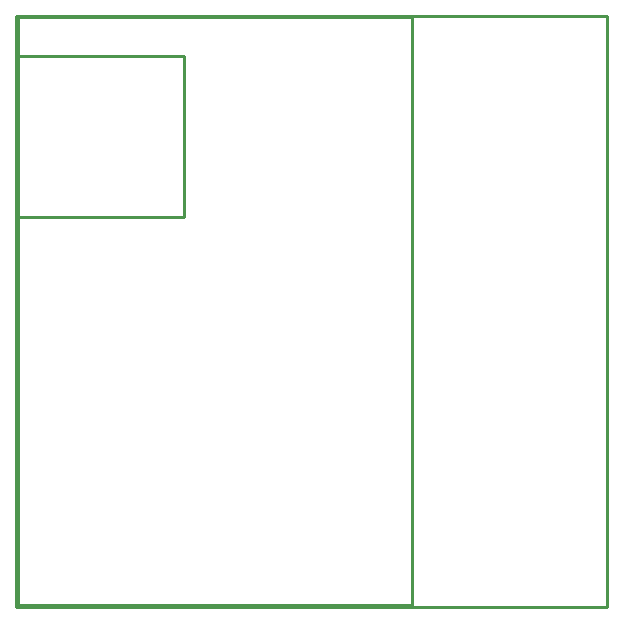
<source format=gm1>
%FSLAX23Y23*%
%MOIN*%
G70*
G01*
G75*
G04 Layer_Color=16711935*
%ADD10R,0.047X0.098*%
%ADD11R,0.030X0.035*%
%ADD12C,0.006*%
%ADD13C,0.060*%
%ADD14C,0.061*%
%ADD15C,0.165*%
%ADD16C,0.024*%
%ADD17C,0.010*%
%ADD18C,0.006*%
%ADD19R,0.055X0.106*%
%ADD20R,0.038X0.043*%
%ADD21C,0.068*%
%ADD22C,0.069*%
%ADD23C,0.173*%
D17*
X2304Y991D02*
Y2948D01*
X989Y991D02*
X2304D01*
X989D02*
Y2948D01*
X2304D01*
X989Y2820D02*
X1542D01*
Y2284D02*
Y2820D01*
X989Y2284D02*
X1542D01*
X984Y984D02*
X2953D01*
Y2953D01*
X984D02*
X2953D01*
X984Y984D02*
Y2953D01*
M02*

</source>
